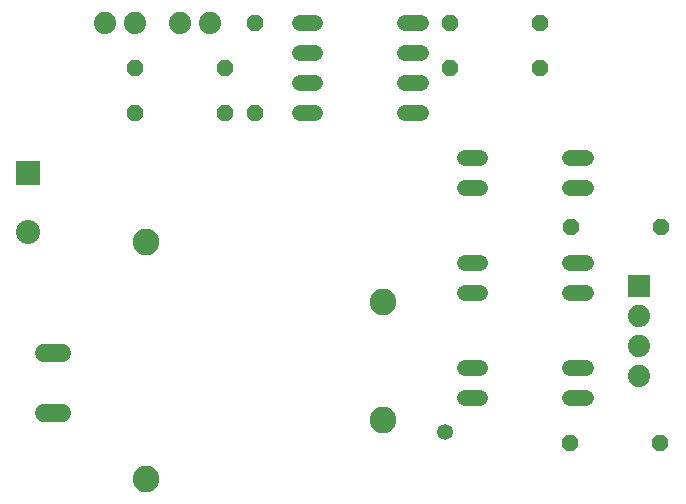
<source format=gts>
G75*
%MOIN*%
%OFA0B0*%
%FSLAX24Y24*%
%IPPOS*%
%LPD*%
%AMOC8*
5,1,8,0,0,1.08239X$1,22.5*
%
%ADD10C,0.0886*%
%ADD11OC8,0.0520*%
%ADD12C,0.0600*%
%ADD13C,0.0520*%
%ADD14R,0.0800X0.0800*%
%ADD15C,0.0800*%
%ADD16C,0.0740*%
%ADD17R,0.0740X0.0740*%
%ADD18C,0.0531*%
D10*
X005474Y002923D03*
X013348Y004891D03*
X013348Y008828D03*
X005474Y010797D03*
D11*
X005100Y015100D03*
X005100Y016600D03*
X008100Y016600D03*
X008100Y015100D03*
X009100Y015100D03*
X009100Y018100D03*
X015600Y018100D03*
X015600Y016600D03*
X018600Y016600D03*
X018600Y018100D03*
X019631Y011319D03*
X022631Y011319D03*
X022600Y004100D03*
X019600Y004100D03*
D12*
X002650Y005100D02*
X002050Y005100D01*
X002050Y007100D02*
X002650Y007100D01*
D13*
X010580Y015100D02*
X011100Y015100D01*
X011100Y016100D02*
X010580Y016100D01*
X010580Y017100D02*
X011100Y017100D01*
X011100Y018100D02*
X010580Y018100D01*
X014100Y018100D02*
X014620Y018100D01*
X014620Y017100D02*
X014100Y017100D01*
X014100Y016100D02*
X014620Y016100D01*
X014620Y015100D02*
X014100Y015100D01*
X016080Y013600D02*
X016600Y013600D01*
X016600Y012600D02*
X016080Y012600D01*
X016080Y010100D02*
X016600Y010100D01*
X016600Y009100D02*
X016080Y009100D01*
X016080Y006600D02*
X016600Y006600D01*
X016600Y005600D02*
X016080Y005600D01*
X019600Y005600D02*
X020120Y005600D01*
X020120Y006600D02*
X019600Y006600D01*
X019600Y009100D02*
X020120Y009100D01*
X020120Y010100D02*
X019600Y010100D01*
X019600Y012600D02*
X020120Y012600D01*
X020120Y013600D02*
X019600Y013600D01*
D14*
X001538Y013100D03*
D15*
X001538Y011131D03*
D16*
X004100Y018100D03*
X005100Y018100D03*
X006600Y018100D03*
X007600Y018100D03*
X021893Y008344D03*
X021893Y007344D03*
X021893Y006344D03*
D17*
X021893Y009344D03*
D18*
X015413Y004475D03*
M02*

</source>
